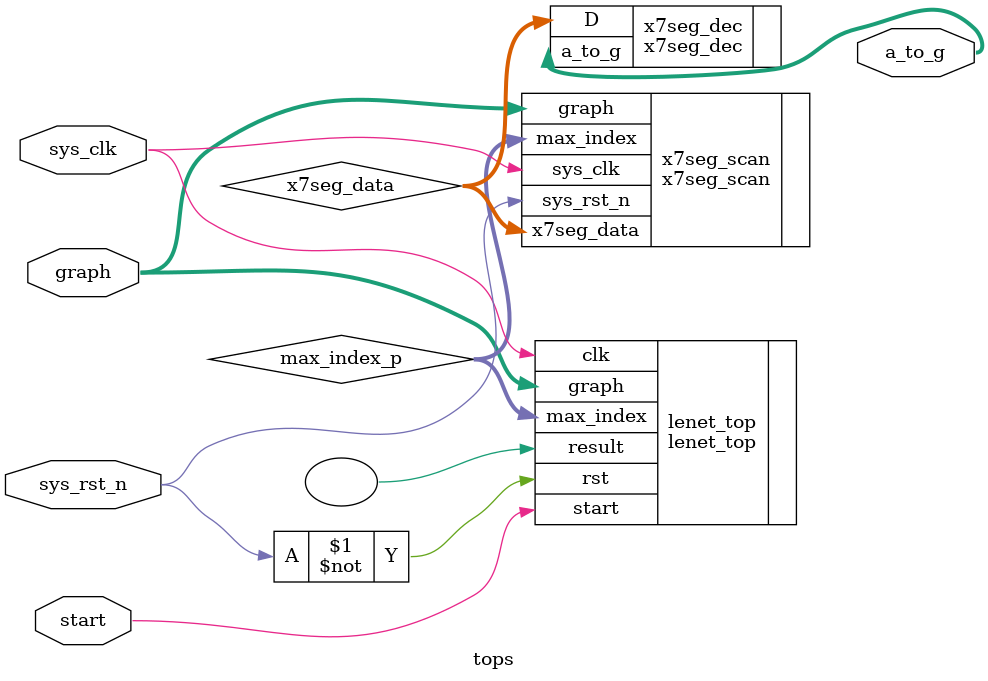
<source format=sv>
module tops (
input sys_clk,
input sys_rst_n,
input start,
input [4:0] graph,


//output logic [7:0] an,
output logic [7:0] a_to_g
//output logic lenet_finish,
//output logic c1_finish,
//output logic c2_finish,
//output logic c3_finish,
//output logic f4_finish,
//output logic f5_finish
//output logic [2:0] led_rgb
);

logic [3:0] max_index_p;
logic [3:0] x7seg_data;
//logic [1:0] right;



	
//logic [2:0] led_rgb;


lenet_top lenet_top(
    .clk(sys_clk),
    .rst(~sys_rst_n),
    .start(start),
    .graph(graph),
    //.lenet_finish(lenet_finish),
   .max_index(max_index_p),
    .result()
    //.c1_finish(c1_finish),
    //.c2_finish(c2_finish),
    //.c3_finish(c3_finish),
    //.f4_finish(f4_finish),
    //.f5_finish(f5_finish),
   // .right(right)
);

x7seg_dec x7seg_dec(
    .D(x7seg_data),
    .a_to_g(a_to_g)
);

x7seg_scan x7seg_scan(
    .sys_clk(sys_clk),
    .sys_rst_n(sys_rst_n),
    .graph(graph),
    .max_index(max_index_p),
    .x7seg_data(x7seg_data)
   // .an(an)
);



//assign led_rgb[0] = (right == 2'b00) ? 1 : 0;
//assign led_rgb[1] = (right == 2'b01) ? 1 : 0;
//assign led_rgb[2] = (right == 2'b10) ? 1 : 0;


endmodule
</source>
